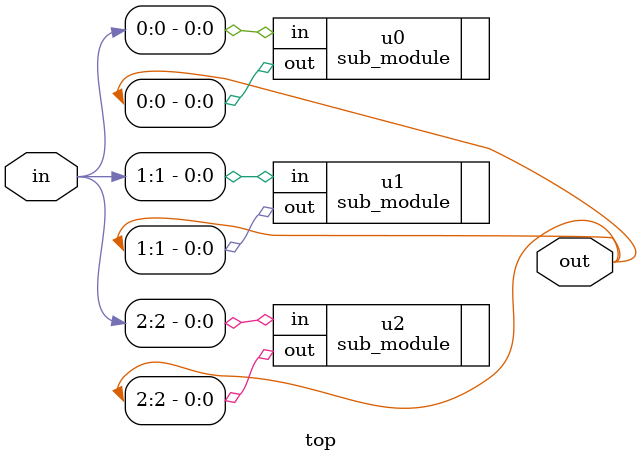
<source format=v>
module top(
    input  wire [2:0] in,
    output wire [2:0] out
);

    sub_module u0(.in(in[0]), .out(out[0]));
    sub_module u1(.in(in[1]), .out(out[1]));
    sub_module u2(.in(in[2]), .out(out[2]));

endmodule

</source>
